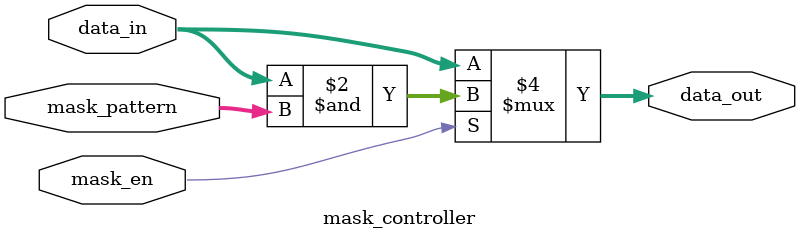
<source format=sv>
module dynamic_mask #(
    parameter WIDTH = 8
)(
    input wire [WIDTH-1:0] data_in,
    input wire [WIDTH-1:0] mask_pattern,
    input wire mask_en,
    output wire [WIDTH-1:0] data_out
);
    mask_controller #(
        .WIDTH(WIDTH)
    ) mask_ctrl_inst (
        .data_in(data_in),
        .mask_pattern(mask_pattern),
        .mask_en(mask_en),
        .data_out(data_out)
    );
endmodule

module mask_controller #(
    parameter WIDTH = 8
)(
    input wire [WIDTH-1:0] data_in,
    input wire [WIDTH-1:0] mask_pattern,
    input wire mask_en,
    output reg [WIDTH-1:0] data_out
);
    always @(*) begin
        if (mask_en) begin
            data_out = data_in & mask_pattern;
        end else begin
            data_out = data_in;
        end
    end
endmodule
</source>
